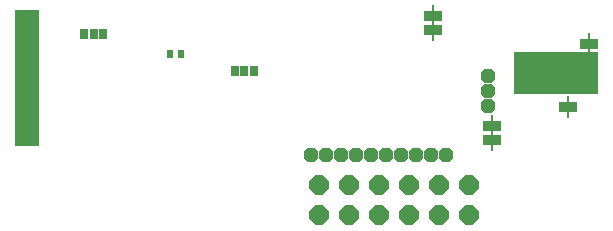
<source format=gbs>
G75*
%MOIN*%
%OFA0B0*%
%FSLAX24Y24*%
%IPPOS*%
%LPD*%
%AMOC8*
5,1,8,0,0,1.08239X$1,22.5*
%
%ADD10OC8,0.0476*%
%ADD11R,0.0270X0.0355*%
%ADD12R,0.0060X0.0720*%
%ADD13R,0.0197X0.0276*%
%ADD14R,0.0827X0.4528*%
%ADD15R,0.2796X0.1418*%
%ADD16OC8,0.0640*%
D10*
X015667Y003686D03*
X016167Y003686D03*
X016667Y003686D03*
X017167Y003686D03*
X017667Y003686D03*
X018167Y003686D03*
X018667Y003686D03*
X019167Y003686D03*
X019667Y003686D03*
X020167Y003686D03*
X021553Y005333D03*
X021553Y005833D03*
X021553Y006333D03*
D11*
X024047Y005300D03*
X024387Y005300D03*
X021867Y004670D03*
X021527Y004670D03*
X021527Y004198D03*
X021867Y004198D03*
X024755Y007387D03*
X025095Y007387D03*
X019898Y007859D03*
X019558Y007859D03*
X019558Y008331D03*
X019898Y008331D03*
X013744Y006481D03*
X013429Y006481D03*
X013114Y006481D03*
X008725Y007741D03*
X008410Y007741D03*
X008095Y007741D03*
D12*
X019728Y007859D03*
X019728Y008331D03*
X024925Y007387D03*
X024217Y005300D03*
X021697Y004670D03*
X021697Y004198D03*
D13*
X011303Y007052D03*
X010949Y007052D03*
D14*
X006185Y006269D03*
D15*
X023823Y006442D03*
D16*
X020929Y002690D03*
X019929Y002690D03*
X018929Y002690D03*
X017929Y002690D03*
X016929Y002690D03*
X015929Y002690D03*
X015929Y001690D03*
X016929Y001690D03*
X017929Y001690D03*
X018929Y001690D03*
X019929Y001690D03*
X020929Y001690D03*
M02*

</source>
